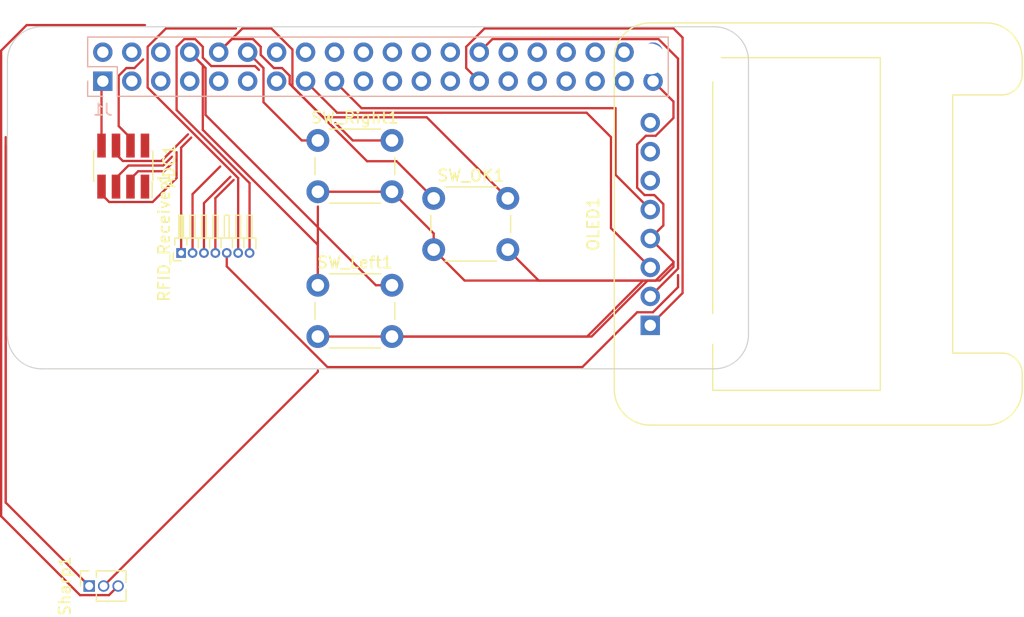
<source format=kicad_pcb>
(kicad_pcb (version 20211014) (generator pcbnew)
  (title_block (date "15 nov 2012"))
  (layers (0 "F.Cu" signal) (31 "B.Cu" signal) (34 "B.Paste" user) (35 "F.Paste" user) (36 "B.SilkS" user "B.Silkscreen") (37 "F.SilkS" user "F.Silkscreen") (38 "B.Mask" user) (39 "F.Mask" user) (44 "Edge.Cuts" user))
  (net 0 "")
  (net 1 "GND")
  (net 2 "/GPIO2{slash}SDA1")
  (net 3 "/GPIO3{slash}SCL1")
  (net 4 "/GPIO4{slash}GPCLK0")
  (net 5 "/GPIO14{slash}TXD0")
  (net 6 "/GPIO15{slash}RXD0")
  (net 7 "/GPIO17")
  (net 8 "/GPIO18{slash}PCM.CLK")
  (net 9 "/GPIO27")
  (net 10 "/GPIO22")
  (net 11 "/GPIO23")
  (net 12 "/GPIO26")
  (net 13 "/GPIO24")
  (net 14 "/GPIO10{slash}SPI0.MOSI")
  (net 15 "/GPIO9{slash}SPI0.MISO")
  (net 16 "/GPIO25")
  (net 17 "/GPIO11{slash}SPI0.SCLK")
  (net 18 "/GPIO8{slash}SPI0.CE0")
  (net 19 "/GPIO7{slash}SPI0.CE1")
  (net 20 "/ID_SDA")
  (net 21 "/ID_SCL")
  (net 22 "/GPIO5")
  (net 23 "/GPIO6")
  (net 24 "/GPIO12{slash}PWM0")
  (net 25 "/GPIO13{slash}PWM1")
  (net 26 "/GPIO19{slash}PCM.FS")
  (net 27 "/GPIO16")
  (net 28 "/GPIO20{slash}PCM.DIN")
  (net 29 "/GPIO21{slash}PCM.DOUT")
  (net 30 "+5V")
  (net 31 "+3V3")
  (net 33 "Net-(Sharp1-Pad3)")
  (footprint "MountingHole:MountingHole_2.7mm_M2.5" (layer "F.Cu") (at 161.5 73.5)
    (fp_text reference "MH2" hide)
    (fp_text value "MountingHole_2.7mm_M2.5" hide)
    (pad "" np_thru_hole circle locked (at 0 0) (size 2.7 2.7) (drill 2.7) (layers *.Cu *.Mask))
  )
  (footprint "Connector_PinHeader_1.00mm:PinHeader_1x07_P1.00mm_Horizontal" (layer "F.Cu") (at 115.24 89.84 90)
    (fp_text reference "RFID_Receiver1" (at 1.375 -1.5 90) (layer "F.SilkS"))
    (fp_text value "RC5222")
    (fp_line (start 0.468215 5.5) (end 1.31 5.5) (layer "F.SilkS") (width 0.12))
    (fp_line (start 1.31 4.79) (end 3.31 4.79) (layer "F.SilkS") (width 0.12))
    (fp_line (start 0.468215 1.5) (end 1.31 1.5) (layer "F.SilkS") (width 0.12))
    (fp_line (start 1.31 0.09) (end 3.31 0.09) (layer "F.SilkS") (width 0.12))
    (fp_line (start 1.31 -0.56) (end 1.31 6.56) (layer "F.SilkS") (width 0.12))
    (fp_line (start 3.31 0.21) (end 1.31 0.21) (layer "F.SilkS") (width 0.12))
    (fp_line (start 1.31 0.79) (end 3.31 0.79) (layer "F.SilkS") (width 0.12))
    (fp_line (start 1.31 -0.21) (end 3.31 -0.21) (layer "F.SilkS") (width 0.12))
    (fp_line (start 0.468215 2.5) (end 1.31 2.5) (layer "F.SilkS") (width 0.12))
    (fp_line (start 0.685 -0.56) (end 1.31 -0.56) (layer "F.SilkS") (width 0.12))
    (fp_line (start 3.31 3.79) (end 3.31 4.21) (layer "F.SilkS") (width 0.12))
    (fp_line (start 3.31 2.79) (end 3.31 3.21) (layer "F.SilkS") (width 0.12))
    (fp_line (start 1.31 6.56) (end 0.394493 6.56) (layer "F.SilkS") (width 0.12))
    (fp_line (start 1.31 -0.15) (end 3.31 -0.15) (layer "F.SilkS") (width 0.12))
    (fp_line (start 3.31 0.79) (end 3.31 1.21) (layer "F.SilkS") (width 0.12))
    (fp_line (start 3.31 6.21) (end 1.31 6.21) (layer "F.SilkS") (width 0.12))
    (fp_line (start -0.685 0) (end -0.685 -0.685) (layer "F.SilkS") (width 0.12))
    (fp_line (start 1.31 5.79) (end 3.31 5.79) (layer "F.SilkS") (width 0.12))
    (fp_line (start 3.31 5.21) (end 1.31 5.21) (layer "F.SilkS") (width 0.12))
    (fp_line (start 0.468215 4.5) (end 1.31 4.5) (layer "F.SilkS") (width 0.12))
    (fp_line (start 0.685 0.5) (end 1.31 0.5) (layer "F.SilkS") (width 0.12))
    (fp_line (start 1.31 -0.03) (end 3.31 -0.03) (layer "F.SilkS") (width 0.12))
    (fp_line (start 1.31 3.79) (end 3.31 3.79) (layer "F.SilkS") (width 0.12))
    (fp_line (start 3.31 5.79) (end 3.31 6.21) (layer "F.SilkS") (width 0.12))
    (fp_line (start 0.468215 3.5) (end 1.31 3.5) (layer "F.SilkS") (width 0.12))
    (fp_line (start 1.31 1.79) (end 3.31 1.79) (layer "F.SilkS") (width 0.12))
    (fp_line (start 3.31 2.21) (end 1.31 2.21) (layer "F.SilkS") (width 0.12))
    (fp_line (start 3.31 4.21) (end 1.31 4.21) (layer "F.SilkS") (width 0.12))
    (fp_line (start 3.31 1.21) (end 1.31 1.21) (layer "F.SilkS") (width 0.12))
    (fp_line (start 3.31 1.79) (end 3.31 2.21) (layer "F.SilkS") (width 0.12))
    (fp_line (start 1.31 2.79) (end 3.31 2.79) (layer "F.SilkS") (width 0.12))
    (fp_line (start 3.31 4.79) (end 3.31 5.21) (layer "F.SilkS") (width 0.12))
    (fp_line (start -0.685 -0.685) (end 0 -0.685) (layer "F.SilkS") (width 0.12))
    (fp_line (start 3.31 -0.21) (end 3.31 0.21) (layer "F.SilkS") (width 0.12))
    (fp_line (start 3.31 3.21) (end 1.31 3.21) (layer "F.SilkS") (width 0.12))
    (pad "1" thru_hole rect (at 0 0 90) (size 0.85 0.85) (drill 0.5) (layers *.Cu *.Mask) (net 7 "/GPIO17"))
    (pad "2" thru_hole oval (at 0 1 90) (size 0.85 0.85) (drill 0.5) (layers *.Cu *.Mask) (net 10 "/GPIO22"))
    (pad "3" thru_hole oval (at 0 2 90) (size 0.85 0.85) (drill 0.5) (layers *.Cu *.Mask) (net 23 "/GPIO6"))
    (pad "4" thru_hole oval (at 0 3 90) (size 0.85 0.85) (drill 0.5) (layers *.Cu *.Mask) (net 29 "/GPIO21{slash}PCM.DOUT"))
    (pad "5" thru_hole oval (at 0 4 90) (size 0.85 0.85) (drill 0.5) (layers *.Cu *.Mask) (net 26 "/GPIO19{slash}PCM.FS"))
    (pad "6" thru_hole oval (at 0 5 90) (size 0.85 0.85) (drill 0.5) (layers *.Cu *.Mask) (net 11 "/GPIO23"))
    (pad "7" thru_hole oval (at 0 6 90) (size 0.85 0.85) (drill 0.5) (layers *.Cu *.Mask) (net 13 "/GPIO24"))
  )
  (footprint "Button_Switch_THT:SW_PUSH_6mm" (layer "F.Cu") (at 127.23 79.97)
    (fp_text reference "SW_Right1" (at 3.25 -2) (layer "F.SilkS"))
    (fp_text value "SW_Push")
    (fp_line (start 6.75 3) (end 6.75 1.5) (layer "F.SilkS") (width 0.12))
    (fp_line (start 5.5 -1) (end 1 -1) (layer "F.SilkS") (width 0.12))
    (fp_line (start -0.25 1.5) (end -0.25 3) (layer "F.SilkS") (width 0.12))
    (fp_line (start 1 5.5) (end 5.5 5.5) (layer "F.SilkS") (width 0.12))
    (pad "1" thru_hole circle (at 0 0 90) (size 2 2) (drill 1.1) (layers *.Cu *.Mask) (net 8 "/GPIO18{slash}PCM.CLK"))
    (pad "1" thru_hole circle (at 6.5 0 90) (size 2 2) (drill 1.1) (layers *.Cu *.Mask) (net 8 "/GPIO18{slash}PCM.CLK"))
    (pad "2" thru_hole circle (at 6.5 4.5 90) (size 2 2) (drill 1.1) (layers *.Cu *.Mask) (net 1 "GND"))
    (pad "2" thru_hole circle (at 0 4.5 90) (size 2 2) (drill 1.1) (layers *.Cu *.Mask) (net 1 "GND"))
  )
  (footprint "Connector_PinSocket_1.27mm:PinSocket_1x03_P1.27mm_Vertical" (layer "F.Cu") (at 107.17 119.05 90)
    (fp_text reference "Sharp1" (at 0 -2.135 90) (layer "F.SilkS"))
    (fp_text value "IR_DS")
    (fp_line (start 0.76 0.635) (end 1.33 0.635) (layer "F.SilkS") (width 0.12))
    (fp_line (start 0 -0.76) (end 1.33 -0.76) (layer "F.SilkS") (width 0.12))
    (fp_line (start 0.30753 3.235) (end 1.33 3.235) (layer "F.SilkS") (width 0.12))
    (fp_line (start 1.33 0.635) (end 1.33 3.235) (layer "F.SilkS") (width 0.12))
    (fp_line (start 1.33 -0.76) (end 1.33 0) (layer "F.SilkS") (width 0.12))
    (fp_line (start -1.33 3.235) (end -0.30753 3.235) (layer "F.SilkS") (width 0.12))
    (fp_line (start -1.33 0.635) (end -1.33 3.235) (layer "F.SilkS") (width 0.12))
    (fp_line (start -1.33 0.635) (end -0.76 0.635) (layer "F.SilkS") (width 0.12))
    (pad "1" thru_hole rect (at 0 0 90) (size 1 1) (drill 0.7) (layers *.Cu *.Mask) (net 31 "+3V3"))
    (pad "2" thru_hole oval (at 0 1.27 90) (size 1 1) (drill 0.7) (layers *.Cu *.Mask) (net 1 "GND"))
    (pad "3" thru_hole oval (at 0 2.54 90) (size 1 1) (drill 0.7) (layers *.Cu *.Mask) (net 33 "Net-(Sharp1-Pad3)"))
  )
  (footprint "MountingHole:MountingHole_2.7mm_M2.5" (layer "F.Cu") (at 103.5 96.5)
    (fp_text reference "MH3" hide)
    (fp_text value "MountingHole_2.7mm_M2.5" hide)
    (pad "" np_thru_hole circle locked (at 0 0) (size 2.7 2.7) (drill 2.7) (layers *.Cu *.Mask))
  )
  (footprint "MountingHole:MountingHole_2.7mm_M2.5" (layer "F.Cu") (at 103.5 73.5)
    (fp_text reference "MH1" hide)
    (fp_text value "MountingHole_2.7mm_M2.5" hide)
    (pad "" np_thru_hole circle locked (at 0 0) (size 2.7 2.7) (drill 2.7) (layers *.Cu *.Mask))
  )
  (footprint "Connector_PinSocket_1.27mm:PinSocket_2x04_P1.27mm_Vertical_SMD" (layer "F.Cu") (at 110.16 82.22 -90)
    (fp_text reference "ADC1" (at 0 -4.04 90) (layer "F.SilkS"))
    (fp_text value "MCP3002")
    (fp_line (start 1.33 2.54) (end 1.33 2.6) (layer "F.SilkS") (width 0.12))
    (fp_line (start 1.33 -2.54) (end 2.79 -2.54) (layer "F.SilkS") (width 0.12))
    (fp_line (start 1.33 -2.6) (end 1.33 -2.54) (layer "F.SilkS") (width 0.12))
    (fp_line (start -1.33 -2.6) (end 1.33 -2.6) (layer "F.SilkS") (width 0.12))
    (fp_line (start -1.33 2.54) (end -1.33 2.6) (layer "F.SilkS") (width 0.12))
    (fp_line (start -1.33 -2.6) (end -1.33 -2.54) (layer "F.SilkS") (width 0.12))
    (fp_line (start -1.33 2.6) (end 1.33 2.6) (layer "F.SilkS") (width 0.12))
    (pad "1" smd rect (at 1.8 -1.905 270) (size 2.1 0.75) (layers "F.Cu" "F.Paste" "F.Mask"))
    (pad "2" smd rect (at -1.8 -1.905 270) (size 2.1 0.75) (layers "F.Cu" "F.Paste" "F.Mask") (net 33 "Net-(Sharp1-Pad3)"))
    (pad "3" smd rect (at 1.8 -0.635 270) (size 2.1 0.75) (layers "F.Cu" "F.Paste" "F.Mask") (net 1 "GND"))
    (pad "4" smd rect (at -1.8 -0.635 270) (size 2.1 0.75) (layers "F.Cu" "F.Paste" "F.Mask") (net 1 "GND"))
    (pad "5" smd rect (at 1.8 0.635 270) (size 2.1 0.75) (layers "F.Cu" "F.Paste" "F.Mask") (net 14 "/GPIO10{slash}SPI0.MOSI"))
    (pad "6" smd rect (at -1.8 0.635 270) (size 2.1 0.75) (layers "F.Cu" "F.Paste" "F.Mask") (net 15 "/GPIO9{slash}SPI0.MISO"))
    (pad "7" smd rect (at 1.8 1.905 270) (size 2.1 0.75) (layers "F.Cu" "F.Paste" "F.Mask") (net 17 "/GPIO11{slash}SPI0.SCLK"))
    (pad "8" smd rect (at -1.8 1.905 270) (size 2.1 0.75) (layers "F.Cu" "F.Paste" "F.Mask") (net 31 "+3V3"))
  )
  (footprint "Button_Switch_THT:SW_PUSH_6mm_H5mm" (layer "F.Cu") (at 127.23 92.67)
    (fp_text reference "SW_Left1" (at 3.25 -2) (layer "F.SilkS"))
    (fp_text value "SW_Push")
    (fp_line (start -0.25 1.5) (end -0.25 3) (layer "F.SilkS") (width 0.12))
    (fp_line (start 1 5.5) (end 5.5 5.5) (layer "F.SilkS") (width 0.12))
    (fp_line (start 6.75 3) (end 6.75 1.5) (layer "F.SilkS") (width 0.12))
    (fp_line (start 5.5 -1) (end 1 -1) (layer "F.SilkS") (width 0.12))
    (pad "1" thru_hole circle (at 6.5 0 90) (size 2 2) (drill 1.1) (layers *.Cu *.Mask) (net 5 "/GPIO14{slash}TXD0"))
    (pad "1" thru_hole circle (at 0 0 90) (size 2 2) (drill 1.1) (layers *.Cu *.Mask) (net 5 "/GPIO14{slash}TXD0"))
    (pad "2" thru_hole circle (at 6.5 4.5 90) (size 2 2) (drill 1.1) (layers *.Cu *.Mask) (net 1 "GND"))
    (pad "2" thru_hole circle (at 0 4.5 90) (size 2 2) (drill 1.1) (layers *.Cu *.Mask) (net 1 "GND"))
  )
  (footprint "MountingHole:MountingHole_2.7mm_M2.5" (layer "F.Cu") (at 161.5 96.5)
    (fp_text reference "MH4" hide)
    (fp_text value "MountingHole_2.7mm_M2.5" hide)
    (pad "" np_thru_hole circle locked (at 0 0) (size 2.7 2.7) (drill 2.7) (layers *.Cu *.Mask))
  )
  (footprint "Display:Adafruit_SSD1306" (layer "F.Cu") (at 156.385 96.19 90)
    (fp_text reference "OLED1" (at 8.89 -5 90) (layer "F.SilkS"))
    (fp_text value "SSD1306")
    (fp_line (start -5.698 5.478) (end -5.698 20.176) (layer "F.SilkS") (width 0.12))
    (fp_line (start 20.21 26.526) (end 20.21 30.814) (layer "F.SilkS") (width 0.12))
    (fp_line (start -2.43 26.526) (end -2.43 30.814) (layer "F.SilkS") (width 0.12))
    (fp_line (start -5.698 5.478) (end 23.478 5.478) (layer "F.SilkS") (width 0.12))
    (fp_line (start -2.43 26.526) (end 20.21 26.526) (layer "F.SilkS") (width 0.12))
    (fp_line (start -8.746 0) (end -8.746 29.464) (layer "F.SilkS") (width 0.12))
    (fp_line (start 23.368 -3.158) (end -5.588 -3.158) (layer "F.SilkS") (width 0.12))
    (fp_line (start 23.478 5.478) (end 23.478 20.176) (layer "F.SilkS") (width 0.12))
    (fp_line (start -5.698 20.176) (end 23.478 20.176) (layer "F.SilkS") (width 0.12))
    (fp_line (start 26.526 0) (end 26.526 29.464) (layer "F.SilkS") (width 0.12))
    (fp_line (start 22.018 32.622) (end 23.37 32.622) (layer "F.SilkS") (width 0.12))
    (fp_line (start -4.238 32.622) (end -5.59 32.622) (layer "F.SilkS") (width 0.12))
    (fp_arc (start -2.43 30.812) (mid -2.958137 32.091035) (end -4.236 32.622) (layer "F.SilkS") (width 0.12))
    (fp_arc (start -5.588 32.622) (mid -7.821043 31.697043) (end -8.746 29.464) (layer "F.SilkS") (width 0.12))
    (fp_arc (start -8.746 0) (mid -7.821043 -2.233043) (end -5.588 -3.158) (layer "F.SilkS") (width 0.12))
    (fp_arc (start 26.526 29.464) (mid 25.601043 31.697043) (end 23.368 32.622) (layer "F.SilkS") (width 0.12))
    (fp_arc (start 22.016 32.622) (mid 20.738137 32.091035) (end 20.21 30.812) (layer "F.SilkS") (width 0.12))
    (fp_arc (start 23.368 -3.158) (mid 25.601043 -2.233043) (end 26.526 0) (layer "F.SilkS") (width 0.12))
    (pad "" np_thru_hole circle (at -5.588 29.464 90) (size 2.7 2.7) (drill 2.7) (layers *.Cu *.Mask))
    (pad "" np_thru_hole circle (at 23.368 29.464 90) (size 2.7 2.7) (drill 2.7) (layers *.Cu *.Mask))
    (pad "" np_thru_hole circle (at 23.368 0 90) (size 2.7 2.7) (drill 2.7) (layers *.Cu *.Mask))
    (pad "" np_thru_hole circle (at -5.588 0 90) (size 2.7 2.7) (drill 2.7) (layers *.Cu *.Mask))
    (pad "1" thru_hole rect (at 0 0 90) (size 1.7 1.7) (drill 1) (layers *.Cu *.Mask) (net 20 "/ID_SDA"))
    (pad "2" thru_hole circle (at 2.54 0 90) (size 1.7 1.7) (drill 1) (layers *.Cu *.Mask) (net 21 "/ID_SCL"))
    (pad "3" thru_hole circle (at 5.08 0 90) (size 1.7 1.7) (drill 1) (layers *.Cu *.Mask) (net 10 "/GPIO22"))
    (pad "4" thru_hole circle (at 7.62 0 90) (size 1.7 1.7) (drill 1) (layers *.Cu *.Mask) (net 1 "GND"))
    (pad "5" thru_hole circle (at 10.16 0 90) (size 1.7 1.7) (drill 1) (layers *.Cu *.Mask) (net 31 "+3V3"))
    (pad "6" thru_hole circle (at 12.7 0 90) (size 1.7 1.7) (drill 1) (layers *.Cu *.Mask))
    (pad "7" thru_hole circle (at 15.24 0 90) (size 1.7 1.7) (drill 1) (layers *.Cu *.Mask))
    (pad "8" thru_hole circle (at 17.78 0 90) (size 1.7 1.7) (drill 1) (layers *.Cu *.Mask))
  )
  (footprint "Button_Switch_THT:SW_PUSH_6mm_H5mm" (layer "F.Cu") (at 137.39 85.05)
    (fp_text reference "SW_OK1" (at 3.25 -2) (layer "F.SilkS"))
    (fp_text value "SW_Push")
    (fp_line (start 1 5.5) (end 5.5 5.5) (layer "F.SilkS") (width 0.12))
    (fp_line (start 6.75 3) (end 6.75 1.5) (layer "F.SilkS") (width 0.12))
    (fp_line (start 5.5 -1) (end 1 -1) (layer "F.SilkS") (width 0.12))
    (fp_line (start -0.25 1.5) (end -0.25 3) (layer "F.SilkS") (width 0.12))
    (pad "1" thru_hole circle (at 0 0 90) (size 2 2) (drill 1.1) (layers *.Cu *.Mask) (net 6 "/GPIO15{slash}RXD0"))
    (pad "1" thru_hole circle (at 6.5 0 90) (size 2 2) (drill 1.1) (layers *.Cu *.Mask) (net 6 "/GPIO15{slash}RXD0"))
    (pad "2" thru_hole circle (at 0 4.5 90) (size 2 2) (drill 1.1) (layers *.Cu *.Mask) (net 1 "GND"))
    (pad "2" thru_hole circle (at 6.5 4.5 90) (size 2 2) (drill 1.1) (layers *.Cu *.Mask) (net 1 "GND"))
  )
  (footprint "Connector_PinSocket_2.54mm:PinSocket_2x20_P2.54mm_Vertical" (layer "B.Cu") (at 108.37 74.77 -90)
    (fp_text reference "J1" (at 2.5 0) (layer "B.SilkS") (effects (justify mirror)))
    (fp_text value "GPIO")
    (fp_line (start 0 1.33) (end 1.33 1.33) (layer "B.SilkS") (width 0.12))
    (fp_line (start -1.27 1.33) (end -1.27 -1.27) (layer "B.SilkS") (width 0.12))
    (fp_line (start -3.87 1.33) (end -1.27 1.33) (layer "B.SilkS") (width 0.12))
    (fp_line (start -1.27 -1.27) (end 1.33 -1.27) (layer "B.SilkS") (width 0.12))
    (fp_line (start 1.33 -1.27) (end 1.33 -49.59) (layer "B.SilkS") (width 0.12))
    (fp_line (start -3.87 -49.59) (end 1.33 -49.59) (layer "B.SilkS") (width 0.12))
    (fp_line (start -3.87 1.33) (end -3.87 -49.59) (layer "B.SilkS") (width 0.12))
    (fp_line (start 1.33 1.33) (end 1.33 0) (layer "B.SilkS") (width 0.12))
    (pad "1" thru_hole rect locked (at 0 0 270) (size 1.7 1.7) (drill 1) (layers *.Cu *.Mask) (net 31 "+3V3"))
    (pad "2" thru_hole oval locked (at -2.54 0 270) (size 1.7 1.7) (drill 1) (layers *.Cu *.Mask) (net 30 "+5V"))
    (pad "3" thru_hole oval locked (at 0 -2.54 270) (size 1.7 1.7) (drill 1) (layers *.Cu *.Mask) (net 2 "/GPIO2{slash}SDA1"))
    (pad "4" thru_hole oval locked (at -2.54 -2.54 270) (size 1.7 1.7) (drill 1) (layers *.Cu *.Mask) (net 30 "+5V"))
    (pad "5" thru_hole oval locked (at 0 -5.08 270) (size 1.7 1.7) (drill 1) (layers *.Cu *.Mask) (net 3 "/GPIO3{slash}SCL1"))
    (pad "6" thru_hole oval locked (at -2.54 -5.08 270) (size 1.7 1.7) (drill 1) (layers *.Cu *.Mask) (net 1 "GND"))
    (pad "7" thru_hole oval locked (at 0 -7.62 270) (size 1.7 1.7) (drill 1) (layers *.Cu *.Mask) (net 4 "/GPIO4{slash}GPCLK0"))
    (pad "8" thru_hole oval locked (at -2.54 -7.62 270) (size 1.7 1.7) (drill 1) (layers *.Cu *.Mask) (net 5 "/GPIO14{slash}TXD0"))
    (pad "9" thru_hole oval locked (at 0 -10.16 270) (size 1.7 1.7) (drill 1) (layers *.Cu *.Mask) (net 1 "GND"))
    (pad "10" thru_hole oval locked (at -2.54 -10.16 270) (size 1.7 1.7) (drill 1) (layers *.Cu *.Mask) (net 6 "/GPIO15{slash}RXD0"))
    (pad "11" thru_hole oval locked (at 0 -12.7 270) (size 1.7 1.7) (drill 1) (layers *.Cu *.Mask) (net 7 "/GPIO17"))
    (pad "12" thru_hole oval locked (at -2.54 -12.7 270) (size 1.7 1.7) (drill 1) (layers *.Cu *.Mask) (net 8 "/GPIO18{slash}PCM.CLK"))
    (pad "13" thru_hole oval locked (at 0 -15.24 270) (size 1.7 1.7) (drill 1) (layers *.Cu *.Mask) (net 9 "/GPIO27"))
    (pad "14" thru_hole oval locked (at -2.54 -15.24 270) (size 1.7 1.7) (drill 1) (layers *.Cu *.Mask) (net 1 "GND"))
    (pad "15" thru_hole oval locked (at 0 -17.78 270) (size 1.7 1.7) (drill 1) (layers *.Cu *.Mask) (net 10 "/GPIO22"))
    (pad "16" thru_hole oval locked (at -2.54 -17.78 270) (size 1.7 1.7) (drill 1) (layers *.Cu *.Mask) (net 11 "/GPIO23"))
    (pad "17" thru_hole oval locked (at 0 -20.32 270) (size 1.7 1.7) (drill 1) (layers *.Cu *.Mask) (net 31 "+3V3"))
    (pad "18" thru_hole oval locked (at -2.54 -20.32 270) (size 1.7 1.7) (drill 1) (layers *.Cu *.Mask) (net 13 "/GPIO24"))
    (pad "19" thru_hole oval locked (at 0 -22.86 270) (size 1.7 1.7) (drill 1) (layers *.Cu *.Mask) (net 14 "/GPIO10{slash}SPI0.MOSI"))
    (pad "20" thru_hole oval locked (at -2.54 -22.86 270) (size 1.7 1.7) (drill 1) (layers *.Cu *.Mask) (net 1 "GND"))
    (pad "21" thru_hole oval locked (at 0 -25.4 270) (size 1.7 1.7) (drill 1) (layers *.Cu *.Mask) (net 15 "/GPIO9{slash}SPI0.MISO"))
    (pad "22" thru_hole oval locked (at -2.54 -25.4 270) (size 1.7 1.7) (drill 1) (layers *.Cu *.Mask) (net 16 "/GPIO25"))
    (pad "23" thru_hole oval locked (at 0 -27.94 270) (size 1.7 1.7) (drill 1) (layers *.Cu *.Mask) (net 17 "/GPIO11{slash}SPI0.SCLK"))
    (pad "24" thru_hole oval locked (at -2.54 -27.94 270) (size 1.7 1.7) (drill 1) (layers *.Cu *.Mask) (net 18 "/GPIO8{slash}SPI0.CE0"))
    (pad "25" thru_hole oval locked (at 0 -30.48 270) (size 1.7 1.7) (drill 1) (layers *.Cu *.Mask) (net 1 "GND"))
    (pad "26" thru_hole oval locked (at -2.54 -30.48 270) (size 1.7 1.7) (drill 1) (layers *.Cu *.Mask) (net 19 "/GPIO7{slash}SPI0.CE1"))
    (pad "27" thru_hole oval locked (at 0 -33.02 270) (size 1.7 1.7) (drill 1) (layers *.Cu *.Mask) (net 20 "/ID_SDA"))
    (pad "28" thru_hole oval locked (at -2.54 -33.02 270) (size 1.7 1.7) (drill 1) (layers *.Cu *.Mask) (net 21 "/ID_SCL"))
    (pad "29" thru_hole oval locked (at 0 -35.56 270) (size 1.7 1.7) (drill 1) (layers *.Cu *.Mask) (net 22 "/GPIO5"))
    (pad "30" thru_hole oval locked (at -2.54 -35.56 270) (size 1.7 1.7) (drill 1) (layers *.Cu *.Mask) (net 1 "GND"))
    (pad "31" thru_hole oval locked (at 0 -38.1 270) (size 1.7 1.7) (drill 1) (layers *.Cu *.Mask) (net 23 "/GPIO6"))
    (pad "32" thru_hole oval locked (at -2.54 -38.1 270) (size 1.7 1.7) (drill 1) (layers *.Cu *.Mask) (net 24 "/GPIO12{slash}PWM0"))
    (pad "33" thru_hole oval locked (at 0 -40.64 270) (size 1.7 1.7) (drill 1) (layers *.Cu *.Mask) (net 25 "/GPIO13{slash}PWM1"))
    (pad "34" thru_hole oval locked (at -2.54 -40.64 270) (size 1.7 1.7) (drill 1) (layers *.Cu *.Mask) (net 1 "GND"))
    (pad "35" thru_hole oval locked (at 0 -43.18 270) (size 1.7 1.7) (drill 1) (layers *.Cu *.Mask) (net 26 "/GPIO19{slash}PCM.FS"))
    (pad "36" thru_hole oval locked (at -2.54 -43.18 270) (size 1.7 1.7) (drill 1) (layers *.Cu *.Mask) (net 27 "/GPIO16"))
    (pad "37" thru_hole oval locked (at 0 -45.72 270) (size 1.7 1.7) (drill 1) (layers *.Cu *.Mask) (net 12 "/GPIO26"))
    (pad "38" thru_hole oval locked (at -2.54 -45.72 270) (size 1.7 1.7) (drill 1) (layers *.Cu *.Mask) (net 28 "/GPIO20{slash}PCM.DIN"))
    (pad "39" thru_hole oval locked (at 0 -48.26 270) (size 1.7 1.7) (drill 1) (layers *.Cu *.Mask) (net 1 "GND"))
    (pad "40" thru_hole oval locked (at -2.54 -48.26 270) (size 1.7 1.7) (drill 1) (layers *.Cu *.Mask) (net 29 "/GPIO21{slash}PCM.DOUT"))
  )
  (gr_arc (start 162 70) (mid 164.12132 70.87868) (end 165 73) (layer "Edge.Cuts") (width 0.1))
  (gr_line (start 165 97) (end 165 73) (layer "Edge.Cuts") (width 0.1))
  (gr_line (start 100 73) (end 100 97) (layer "Edge.Cuts") (width 0.1))
  (gr_arc (start 103 100) (mid 100.87868 99.12132) (end 100 97) (layer "Edge.Cuts") (width 0.1))
  (gr_line (start 103 100) (end 162 100) (layer "Edge.Cuts") (width 0.1))
  (gr_arc (start 165 97) (mid 164.12132 99.12132) (end 162 100) (layer "Edge.Cuts") (width 0.1))
  (gr_arc (start 100 73) (mid 100.87868 70.87868) (end 103 70) (layer "Edge.Cuts") (width 0.1))
  (gr_line (start 162 70) (end 103 70) (layer "Edge.Cuts") (width 0.1))
  (segment (start 146.599511 92.259511) (end 156.861144 92.259511) (width 0.2) (layer "F.Cu") (net 1))
  (segment (start 158.42 78.000655) (end 158.42 76.56) (width 0.2) (layer "F.Cu") (net 1))
  (segment (start 156.861144 79.559511) (end 158.42 78.000655) (width 0.2) (layer "F.Cu") (net 1))
  (segment (start 109.760489 78.710489) (end 109.760489 74.293856) (width 0.2) (layer "F.Cu") (net 1))
  (segment (start 137.39 88.13) (end 137.39 89.55) (width 0.2) (layer "F.Cu") (net 1))
  (segment (start 155.235489 84.115489) (end 155.235489 80.324511) (width 0.2) (layer "F.Cu") (net 1))
  (segment (start 109.760489 74.293856) (end 110.433856 73.620489) (width 0.2) (layer "F.Cu") (net 1))
  (segment (start 158.42 90.700655) (end 158.42 90.605) (width 0.2) (layer "F.Cu") (net 1))
  (segment (start 137.39 89.55) (end 140.099511 92.259511) (width 0.2) (layer "F.Cu") (net 1))
  (segment (start 127.23 100.26) (end 127.23 100.14952) (width 0.2) (layer "F.Cu") (net 1))
  (segment (start 156.385 88.57) (end 157.534511 87.420489) (width 0.2) (layer "F.Cu") (net 1))
  (segment (start 157.210483 92.259511) (end 158.42 91.049994) (width 0.2) (layer "F.Cu") (net 1))
  (segment (start 156.149834 92.259511) (end 157.210483 92.259511) (width 0.2) (layer "F.Cu") (net 1))
  (segment (start 158.42 91.049994) (end 158.42 90.605) (width 0.2) (layer "F.Cu") (net 1))
  (segment (start 157.534511 85.553856) (end 156.740655 84.76) (width 0.2) (layer "F.Cu") (net 1))
  (segment (start 155.88 84.76) (end 155.235489 84.115489) (width 0.2) (layer "F.Cu") (net 1))
  (segment (start 151.239345 97.17) (end 156.149834 92.259511) (width 0.2) (layer "F.Cu") (net 1))
  (segment (start 140.099511 92.259511) (end 156.861144 92.259511) (width 0.2) (layer "F.Cu") (net 1))
  (segment (start 158.42 76.56) (end 156.63 74.77) (width 0.2) (layer "F.Cu") (net 1))
  (segment (start 110.795 84.02) (end 110.795 83.345) (width 0.2) (layer "F.Cu") (net 1))
  (segment (start 111.469511 82.670489) (end 113.734517 82.670489) (width 0.2) (layer "F.Cu") (net 1))
  (segment (start 143.89 89.55) (end 146.599511 92.259511) (width 0.2) (layer "F.Cu") (net 1))
  (segment (start 156.000489 79.559511) (end 156.861144 79.559511) (width 0.2) (layer "F.Cu") (net 1))
  (segment (start 110.795 79.745) (end 109.760489 78.710489) (width 0.2) (layer "F.Cu") (net 1))
  (segment (start 113.734517 82.670489) (end 114.44096 81.964046) (width 0.2) (layer "F.Cu") (net 1))
  (segment (start 108.44 119.05) (end 127.23 100.26) (width 0.2) (layer "F.Cu") (net 1))
  (segment (start 156.740655 84.76) (end 155.88 84.76) (width 0.2) (layer "F.Cu") (net 1))
  (segment (start 127.23 97.17) (end 151.239345 97.17) (width 0.2) (layer "F.Cu") (net 1))
  (segment (start 111.145166 73.620489) (end 111.90097 72.864685) (width 0.2) (layer "F.Cu") (net 1))
  (segment (start 156.861144 92.259511) (end 158.42 90.700655) (width 0.2) (layer "F.Cu") (net 1))
  (segment (start 133.73 97.17) (end 150.849022 97.17) (width 0.2) (layer "F.Cu") (net 1))
  (segment (start 157.534511 87.420489) (end 157.534511 85.553856) (width 0.2) (layer "F.Cu") (net 1))
  (segment (start 150.849022 97.17) (end 155.759511 92.259511) (width 0.2) (layer "F.Cu") (net 1))
  (segment (start 158.42 90.605) (end 156.385 88.57) (width 0.2) (layer "F.Cu") (net 1))
  (segment (start 110.433856 73.620489) (end 111.145166 73.620489) (width 0.2) (layer "F.Cu") (net 1))
  (segment (start 110.795 83.345) (end 111.469511 82.670489) (width 0.2) (layer "F.Cu") (net 1))
  (segment (start 155.235489 80.324511) (end 156.000489 79.559511) (width 0.2) (layer "F.Cu") (net 1))
  (segment (start 110.795 80.42) (end 110.795 79.745) (width 0.2) (layer "F.Cu") (net 1))
  (segment (start 133.73 84.47) (end 137.39 88.13) (width 0.2) (layer "F.Cu") (net 1))
  (segment (start 127.23 84.47) (end 133.73 84.47) (width 0.2) (layer "F.Cu") (net 1))
  (segment (start 117.380489 73.620489) (end 115.99 72.23) (width 0.2) (layer "F.Cu") (net 5))
  (segment (start 133.73 92.67) (end 132.315787 92.67) (width 0.2) (layer "F.Cu") (net 5))
  (segment (start 117.139511 79.039511) (end 117.139511 73.379511) (width 0.2) (layer "F.Cu") (net 5))
  (segment (start 127.23 89.13) (end 117.139511 79.039511) (width 0.2) (layer "F.Cu") (net 5))
  (segment (start 117.139511 73.379511) (end 115.99 72.23) (width 0.2) (layer "F.Cu") (net 5))
  (segment (start 117.380489 77.734702) (end 117.380489 73.620489) (width 0.2) (layer "F.Cu") (net 5))
  (segment (start 127.23 92.67) (end 127.23 85.769511) (width 0.2) (layer "F.Cu") (net 5))
  (segment (start 132.315787 92.67) (end 117.380489 77.734702) (width 0.2) (layer "F.Cu") (net 5))
  (segment (start 127.23 92.67) (end 127.23 89.13) (width 0.2) (layer "F.Cu") (net 5))
  (segment (start 122.219511 72.465166) (end 122.219511 71.753856) (width 0.2) (layer "F.Cu") (net 6))
  (segment (start 131.546558 81.792213) (end 124.759511 75.005166) (width 0.2) (layer "F.Cu") (net 6))
  (segment (start 124.759511 74.293856) (end 124.086144 73.620489) (width 0.2) (layer "F.Cu") (net 6))
  (segment (start 127.693384 77.939039) (end 125.000489 75.246144) (width 0.2) (layer "F.Cu") (net 6))
  (segment (start 124.759511 75.005166) (end 124.759511 74.293856) (width 0.2) (layer "F.Cu") (net 6))
  (segment (start 121.546144 71.080489) (end 119.679511 71.080489) (width 0.2) (layer "F.Cu") (net 6))
  (segment (start 134.132213 81.792213) (end 131.546558 81.792213) (width 0.2) (layer "F.Cu") (net 6))
  (segment (start 123.155175 70.14952) (end 120.61048 70.14952) (width 0.2) (layer "F.Cu") (net 6))
  (segment (start 143.89 85.05) (end 136.779039 77.939039) (width 0.2) (layer "F.Cu") (net 6))
  (segment (start 125.000489 71.994834) (end 123.155175 70.14952) (width 0.2) (layer "F.Cu") (net 6))
  (segment (start 120.61048 70.14952) (end 118.53 72.23) (width 0.2) (layer "F.Cu") (net 6))
  (segment (start 137.39 85.05) (end 134.132213 81.792213) (width 0.2) (layer "F.Cu") (net 6))
  (segment (start 124.086144 73.620489) (end 123.374834 73.620489) (width 0.2) (layer "F.Cu") (net 6))
  (segment (start 123.374834 73.620489) (end 122.219511 72.465166) (width 0.2) (layer "F.Cu") (net 6))
  (segment (start 119.679511 71.080489) (end 118.53 72.23) (width 0.2) (layer "F.Cu") (net 6))
  (segment (start 136.779039 77.939039) (end 127.693384 77.939039) (width 0.2) (layer "F.Cu") (net 6))
  (segment (start 122.219511 71.753856) (end 121.546144 71.080489) (width 0.2) (layer "F.Cu") (net 6))
  (segment (start 125.000489 75.246144) (end 125.000489 71.994834) (width 0.2) (layer "F.Cu") (net 6))
  (segment (start 115.24 89.84) (end 115.24 80.6) (width 0.2) (layer "F.Cu") (net 7))
  (segment (start 115.24 80.6) (end 116.122491 79.717509) (width 0.2) (layer "F.Cu") (net 7))
  (segment (start 122.460489 76.614702) (end 122.460489 73.620489) (width 0.2) (layer "F.Cu") (net 8))
  (segment (start 122.460489 73.620489) (end 121.07 72.23) (width 0.2) (layer "F.Cu") (net 8))
  (segment (start 125.815787 79.97) (end 122.460489 76.614702) (width 0.2) (layer "F.Cu") (net 8))
  (segment (start 130.289351 79.97) (end 128.759675 78.440324) (width 0.2) (layer "F.Cu") (net 8))
  (segment (start 133.73 79.97) (end 130.289351 79.97) (width 0.2) (layer "F.Cu") (net 8))
  (segment (start 127.23 79.97) (end 125.815787 79.97) (width 0.2) (layer "F.Cu") (net 8))
  (segment (start 156.385 91.11) (end 152.940481 87.665481) (width 0.2) (layer "F.Cu") (net 10))
  (segment (start 116.24 84.68) (end 118.662491 82.257509) (width 0.2) (layer "F.Cu") (net 10))
  (segment (start 116.24 89.84) (end 116.24 84.68) (width 0.2) (layer "F.Cu") (net 10))
  (segment (start 128.919519 77.539519) (end 126.15 74.77) (width 0.2) (layer "F.Cu") (net 10))
  (segment (start 150.799999 77.539519) (end 128.919519 77.539519) (width 0.2) (layer "F.Cu") (net 10))
  (segment (start 152.940481 87.665481) (end 152.94048 79.68) (width 0.2) (layer "F.Cu") (net 10))
  (segment (start 152.94048 79.68) (end 150.799999 77.539519) (width 0.2) (layer "F.Cu") (net 10))
  (segment (start 112.300489 71.753856) (end 113.904825 70.14952) (width 0.2) (layer "F.Cu") (net 11))
  (segment (start 113.904825 70.14952) (end 120.045474 70.14952) (width 0.2) (layer "F.Cu") (net 11))
  (segment (start 120.24 89.84) (end 120.24 83.270012) (width 0.2) (layer "F.Cu") (net 11))
  (segment (start 112.300489 75.330501) (end 112.300489 71.753856) (width 0.2) (layer "F.Cu") (net 11))
  (segment (start 120.24 83.270012) (end 112.300489 75.330501) (width 0.2) (layer "F.Cu") (net 11))
  (segment (start 121.24 83.705006) (end 114.840489 77.305495) (width 0.2) (layer "F.Cu") (net 13))
  (segment (start 117.139511 72.706144) (end 117.879186 73.445819) (width 0.2) (layer "F.Cu") (net 13))
  (segment (start 114.840489 77.305495) (end 114.840489 71.753856) (width 0.2) (layer "F.Cu") (net 13))
  (segment (start 121.24 89.84) (end 121.24 83.705006) (width 0.2) (layer "F.Cu") (net 13))
  (segment (start 116.466144 71.080489) (end 117.139511 71.753856) (width 0.2) (layer "F.Cu") (net 13))
  (segment (start 114.840489 71.753856) (end 115.513856 71.080489) (width 0.2) (layer "F.Cu") (net 13))
  (segment (start 115.513856 71.080489) (end 116.466144 71.080489) (width 0.2) (layer "F.Cu") (net 13))
  (segment (start 117.879186 73.445819) (end 121.720814 73.445819) (width 0.2) (layer "F.Cu") (net 13))
  (segment (start 117.139511 71.753856) (end 117.139511 72.706144) (width 0.2) (layer "F.Cu") (net 13))
  (segment (start 121.720814 73.445819) (end 122.060969 73.785975) (width 0.2) (layer "F.Cu") (net 13))
  (segment (start 109.525 84.02) (end 109.525 83.265978) (width 0.2) (layer "F.Cu") (net 14))
  (segment (start 113.67097 82.16903) (end 114.44096 81.39904) (width 0.2) (layer "F.Cu") (net 14))
  (segment (start 109.525 83.265978) (end 110.621947 82.169031) (width 0.2) (layer "F.Cu") (net 14))
  (segment (start 110.621947 82.169031) (end 113.67097 82.16903) (width 0.2) (layer "F.Cu") (net 14))
  (segment (start 110.120489 81.769511) (end 113.505483 81.769511) (width 0.2) (layer "F.Cu") (net 15))
  (segment (start 113.505483 81.769511) (end 115.839988 79.435006) (width 0.2) (layer "F.Cu") (net 15))
  (segment (start 109.525 81.174022) (end 110.120489 81.769511) (width 0.2) (layer "F.Cu") (net 15))
  (segment (start 109.525 80.42) (end 109.525 81.174022) (width 0.2) (layer "F.Cu") (net 15))
  (segment (start 108.255 84.02) (end 108.255 84.695) (width 0.2) (layer "F.Cu") (net 17))
  (segment (start 114.84048 83.268542) (end 114.84048 80.99952) (width 0.2) (layer "F.Cu") (net 17))
  (segment (start 108.929511 85.369511) (end 112.739511 85.369511) (width 0.2) (layer "F.Cu") (net 17))
  (segment (start 108.255 84.695) (end 108.929511 85.369511) (width 0.2) (layer "F.Cu") (net 17))
  (segment (start 112.739511 85.369511) (end 114.84048 83.268542) (width 0.2) (layer "F.Cu") (net 17))
  (segment (start 158.42 70.14952) (end 141.844825 70.14952) (width 0.2) (layer "F.Cu") (net 20))
  (segment (start 141.844825 70.14952) (end 140.240489 71.753856) (width 0.2) (layer "F.Cu") (net 20))
  (segment (start 156.385 96.19) (end 159.219038 93.355962) (width 0.2) (layer "F.Cu") (net 20))
  (segment (start 140.240489 73.620489) (end 141.39 74.77) (width 0.2) (layer "F.Cu") (net 20))
  (segment (start 159.219038 70.948558) (end 158.42 70.14952) (width 0.2) (layer "F.Cu") (net 20))
  (segment (start 140.240489 71.753856) (end 140.240489 73.620489) (width 0.2) (layer "F.Cu") (net 20))
  (segment (start 159.219038 93.355962) (end 159.219038 70.948558) (width 0.2) (layer "F.Cu") (net 20))
  (segment (start 142.539511 71.080489) (end 141.39 72.23) (width 0.2) (layer "F.Cu") (net 21))
  (segment (start 157.106144 71.080489) (end 142.539511 71.080489) (width 0.2) (layer "F.Cu") (net 21))
  (segment (start 158.819519 72.793864) (end 157.106144 71.080489) (width 0.2) (layer "F.Cu") (net 21))
  (segment (start 158.819519 91.215481) (end 158.819519 72.793864) (width 0.2) (layer "F.Cu") (net 21))
  (segment (start 156.385 93.65) (end 158.819519 91.215481) (width 0.2) (layer "F.Cu") (net 21))
  (segment (start 117.24 85.470972) (end 119.557977 83.152995) (width 0.2) (layer "F.Cu") (net 23))
  (segment (start 117.24 89.84) (end 117.24 85.470972) (width 0.2) (layer "F.Cu") (net 23))
  (segment (start 155.235489 95.040489) (end 156.620166 95.040489) (width 0.2) (layer "F.Cu") (net 26))
  (segment (start 156.620166 95.040489) (end 158.819518 92.841137) (width 0.2) (layer "F.Cu") (net 26))
  (segment (start 150.425498 99.85048) (end 155.235489 95.040489) (width 0.2) (layer "F.Cu") (net 26))
  (segment (start 128.072693 99.85048) (end 150.425498 99.85048) (width 0.2) (layer "F.Cu") (net 26))
  (segment (start 119.24 91.017787) (end 128.072693 99.85048) (width 0.2) (layer "F.Cu") (net 26))
  (segment (start 158.819518 92.841137) (end 158.819518 91.780488) (width 0.2) (layer "F.Cu") (net 26))
  (segment (start 119.24 89.84) (end 119.24 91.017787) (width 0.2) (layer "F.Cu") (net 26))
  (segment (start 118.24 89.84) (end 118.24 85.035978) (width 0.2) (layer "F.Cu") (net 29))
  (segment (start 118.24 85.035978) (end 119.84048 83.435498) (width 0.2) (layer "F.Cu") (net 29))
  (segment (start 99.85048 111.73048) (end 99.85048 80.42) (width 0.2) (layer "F.Cu") (net 31))
  (segment (start 153.34 82.985) (end 153.34 77.14) (width 0.2) (layer "F.Cu") (net 31))
  (segment (start 108.255 80.42) (end 108.255 74.885) (width 0.2) (layer "F.Cu") (net 31))
  (segment (start 99.85048 111.73048) (end 99.85048 79.68) (width 0.2) (layer "F.Cu") (net 31))
  (segment (start 108.255 74.885) (end 108.37 74.77) (width 0.2) (layer "F.Cu") (net 31))
  (segment (start 107.17 119.05) (end 99.85048 111.73048) (width 0.2) (layer "F.Cu") (net 31))
  (segment (start 156.385 86.03) (end 153.34 82.985) (width 0.2) (layer "F.Cu") (net 31))
  (segment (start 153.34 77.14) (end 131.06 77.14) (width 0.2) (layer "F.Cu") (net 31))
  (segment (start 131.06 77.14) (end 128.69 74.77) (width 0.2) (layer "F.Cu") (net 31))
  (segment (start 99.45096 112.929982) (end 99.45096 72.091212) (width 0.2) (layer "F.Cu") (net 33))
  (segment (start 99.45096 72.091212) (end 101.691692 69.85048) (width 0.2) (layer "F.Cu") (net 33))
  (segment (start 108.910489 119.849511) (end 106.370489 119.849511) (width 0.2) (layer "F.Cu") (net 33))
  (segment (start 101.691692 69.85048) (end 112.065 69.85048) (width 0.2) (layer "F.Cu") (net 33))
  (segment (start 109.71 119.05) (end 108.910489 119.849511) (width 0.2) (layer "F.Cu") (net 33))
  (segment (start 106.370489 119.849511) (end 99.45096 112.929982) (width 0.2) (layer "F.Cu") (net 33))
)
</source>
